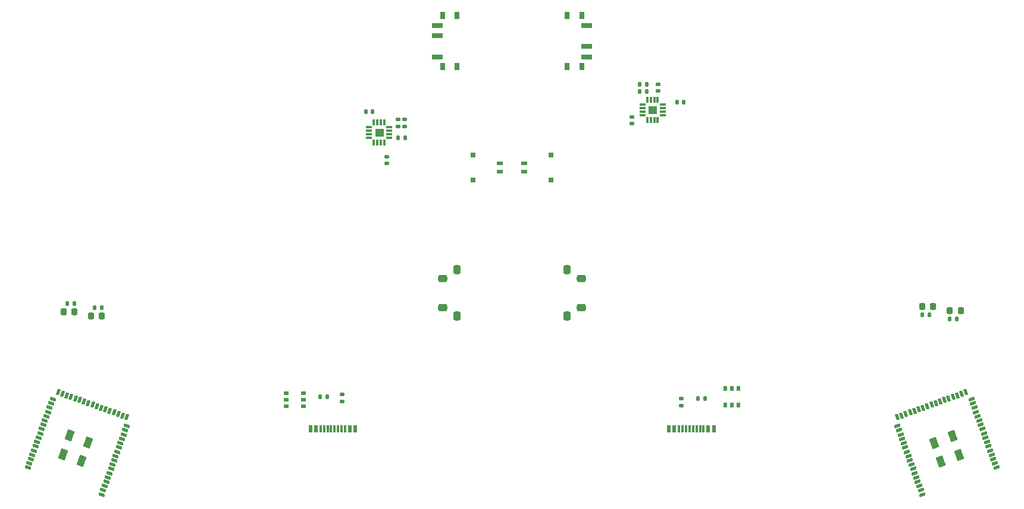
<source format=gtp>
G04 #@! TF.GenerationSoftware,KiCad,Pcbnew,(6.0.4-0)*
G04 #@! TF.CreationDate,2023-01-29T19:06:17-06:00*
G04 #@! TF.ProjectId,main,6d61696e-2e6b-4696-9361-645f70636258,0.2*
G04 #@! TF.SameCoordinates,Original*
G04 #@! TF.FileFunction,Paste,Top*
G04 #@! TF.FilePolarity,Positive*
%FSLAX46Y46*%
G04 Gerber Fmt 4.6, Leading zero omitted, Abs format (unit mm)*
G04 Created by KiCad (PCBNEW (6.0.4-0)) date 2023-01-29 19:06:17*
%MOMM*%
%LPD*%
G01*
G04 APERTURE LIST*
G04 Aperture macros list*
%AMRoundRect*
0 Rectangle with rounded corners*
0 $1 Rounding radius*
0 $2 $3 $4 $5 $6 $7 $8 $9 X,Y pos of 4 corners*
0 Add a 4 corners polygon primitive as box body*
4,1,4,$2,$3,$4,$5,$6,$7,$8,$9,$2,$3,0*
0 Add four circle primitives for the rounded corners*
1,1,$1+$1,$2,$3*
1,1,$1+$1,$4,$5*
1,1,$1+$1,$6,$7*
1,1,$1+$1,$8,$9*
0 Add four rect primitives between the rounded corners*
20,1,$1+$1,$2,$3,$4,$5,0*
20,1,$1+$1,$4,$5,$6,$7,0*
20,1,$1+$1,$6,$7,$8,$9,0*
20,1,$1+$1,$8,$9,$2,$3,0*%
%AMRotRect*
0 Rectangle, with rotation*
0 The origin of the aperture is its center*
0 $1 length*
0 $2 width*
0 $3 Rotation angle, in degrees counterclockwise*
0 Add horizontal line*
21,1,$1,$2,0,0,$3*%
G04 Aperture macros list end*
%ADD10C,0.010000*%
%ADD11RoundRect,0.135000X-0.185000X0.135000X-0.185000X-0.135000X0.185000X-0.135000X0.185000X0.135000X0*%
%ADD12RoundRect,0.135000X0.135000X0.185000X-0.135000X0.185000X-0.135000X-0.185000X0.135000X-0.185000X0*%
%ADD13RoundRect,0.007800X-0.422200X-0.122200X0.422200X-0.122200X0.422200X0.122200X-0.422200X0.122200X0*%
%ADD14RoundRect,0.007800X0.122200X-0.422200X0.122200X0.422200X-0.122200X0.422200X-0.122200X-0.422200X0*%
%ADD15R,1.500000X0.700000*%
%ADD16R,0.800000X1.000000*%
%ADD17R,0.600000X1.100000*%
%ADD18R,0.300000X1.100000*%
%ADD19RoundRect,0.218750X0.218750X0.256250X-0.218750X0.256250X-0.218750X-0.256250X0.218750X-0.256250X0*%
%ADD20RoundRect,0.140000X-0.170000X0.140000X-0.170000X-0.140000X0.170000X-0.140000X0.170000X0.140000X0*%
%ADD21R,0.800000X0.550000*%
%ADD22RoundRect,0.135000X-0.135000X-0.185000X0.135000X-0.185000X0.135000X0.185000X-0.135000X0.185000X0*%
%ADD23RoundRect,0.140000X0.140000X0.170000X-0.140000X0.170000X-0.140000X-0.170000X0.140000X-0.170000X0*%
%ADD24RoundRect,0.218750X-0.218750X-0.256250X0.218750X-0.256250X0.218750X0.256250X-0.218750X0.256250X0*%
%ADD25RoundRect,0.250000X-0.400000X0.250000X-0.400000X-0.250000X0.400000X-0.250000X0.400000X0.250000X0*%
%ADD26RoundRect,0.250000X-0.250000X0.400000X-0.250000X-0.400000X0.250000X-0.400000X0.250000X0.400000X0*%
%ADD27R,0.850000X0.600000*%
%ADD28R,0.800000X0.700000*%
%ADD29RoundRect,0.140000X0.170000X-0.140000X0.170000X0.140000X-0.170000X0.140000X-0.170000X-0.140000X0*%
%ADD30RoundRect,0.007800X-0.122200X0.422200X-0.122200X-0.422200X0.122200X-0.422200X0.122200X0.422200X0*%
%ADD31RoundRect,0.250000X0.400000X-0.250000X0.400000X0.250000X-0.400000X0.250000X-0.400000X-0.250000X0*%
%ADD32RoundRect,0.250000X0.250000X-0.400000X0.250000X0.400000X-0.250000X0.400000X-0.250000X-0.400000X0*%
%ADD33RoundRect,0.135000X0.185000X-0.135000X0.185000X0.135000X-0.185000X0.135000X-0.185000X-0.135000X0*%
%ADD34R,0.550000X0.800000*%
%ADD35RotRect,1.000000X1.500000X200.000000*%
%ADD36RoundRect,0.112500X0.278669X0.221147X-0.355624X-0.009716X-0.278669X-0.221147X0.355624X0.009716X0*%
%ADD37RoundRect,0.112500X-0.221147X0.278669X0.009716X-0.355624X0.221147X-0.278669X-0.009716X0.355624X0*%
%ADD38RoundRect,0.112500X0.355624X-0.009716X-0.278669X0.221147X-0.355624X0.009716X0.278669X-0.221147X0*%
%ADD39RoundRect,0.112500X0.009716X0.355624X-0.221147X-0.278669X-0.009716X-0.355624X0.221147X0.278669X0*%
%ADD40RotRect,1.000000X1.500000X160.000000*%
G04 APERTURE END LIST*
G36*
X190178402Y-95992500D02*
G01*
X189118402Y-95992500D01*
X189118402Y-94932500D01*
X190178402Y-94932500D01*
X190178402Y-95992500D01*
G37*
D10*
X190178402Y-95992500D02*
X189118402Y-95992500D01*
X189118402Y-94932500D01*
X190178402Y-94932500D01*
X190178402Y-95992500D01*
G36*
X151292500Y-99192500D02*
G01*
X150232500Y-99192500D01*
X150232500Y-98132500D01*
X151292500Y-98132500D01*
X151292500Y-99192500D01*
G37*
X151292500Y-99192500D02*
X150232500Y-99192500D01*
X150232500Y-98132500D01*
X151292500Y-98132500D01*
X151292500Y-99192500D01*
D11*
X193775000Y-136590000D03*
X193775000Y-137610000D03*
D12*
X197135000Y-136600000D03*
X196115000Y-136600000D03*
X142325000Y-136350000D03*
X143345000Y-136350000D03*
D11*
X145525000Y-135990000D03*
X145525000Y-137010000D03*
D13*
X188213402Y-94712500D03*
X188213402Y-95212500D03*
X188213402Y-95712500D03*
X188213402Y-96212500D03*
D14*
X188898402Y-96897500D03*
X189398402Y-96897500D03*
X189898402Y-96897500D03*
X190398402Y-96897500D03*
D13*
X191083402Y-96212500D03*
X191083402Y-95712500D03*
X191083402Y-95212500D03*
X191083402Y-94712500D03*
D14*
X190398402Y-94027500D03*
X189898402Y-94027500D03*
X189398402Y-94027500D03*
X188898402Y-94027500D03*
D15*
X180264500Y-83412500D03*
X180264500Y-86412500D03*
X180264500Y-87912500D03*
D16*
X179564500Y-82012500D03*
X177464500Y-82012500D03*
X177464500Y-89312500D03*
X179564500Y-89312500D03*
D17*
X191962500Y-140912500D03*
X192762500Y-140912500D03*
D18*
X193912500Y-140912500D03*
X194912500Y-140912500D03*
X195412500Y-140912500D03*
X196412500Y-140912500D03*
D17*
X198362500Y-140912500D03*
X197562500Y-140912500D03*
D18*
X196912500Y-140912500D03*
X195912500Y-140912500D03*
X194412500Y-140912500D03*
X193412500Y-140912500D03*
D19*
X107400000Y-124262500D03*
X105825000Y-124262500D03*
D20*
X186710902Y-96432500D03*
X186710902Y-97392500D03*
D21*
X137545187Y-135807266D03*
X137545187Y-136757266D03*
X137545187Y-137707266D03*
X139945187Y-137707266D03*
X139945187Y-136757266D03*
X139945187Y-135807266D03*
D22*
X228012500Y-124692500D03*
X229032500Y-124692500D03*
D23*
X154438750Y-99425000D03*
X153478750Y-99425000D03*
D17*
X140962500Y-140912500D03*
X141762500Y-140912500D03*
D18*
X142912500Y-140912500D03*
X143912500Y-140912500D03*
X144412500Y-140912500D03*
X145412500Y-140912500D03*
D17*
X147362500Y-140912500D03*
X146562500Y-140912500D03*
D18*
X145912500Y-140912500D03*
X144912500Y-140912500D03*
X143412500Y-140912500D03*
X142412500Y-140912500D03*
D24*
X231925000Y-124092500D03*
X233500000Y-124092500D03*
D25*
X179512500Y-119517500D03*
X179512500Y-123617500D03*
D26*
X177512500Y-124867500D03*
X177512500Y-118267500D03*
D27*
X171425000Y-104262500D03*
X171425000Y-103062500D03*
D28*
X175200000Y-105412500D03*
X175200000Y-101912500D03*
D29*
X151845187Y-103117266D03*
X151845187Y-102157266D03*
D15*
X159062500Y-87912500D03*
X159062500Y-84912500D03*
X159062500Y-83412500D03*
D16*
X159762500Y-89312500D03*
X161862500Y-89312500D03*
X161862500Y-82012500D03*
X159762500Y-82012500D03*
D22*
X231912500Y-125292500D03*
X232932500Y-125292500D03*
D12*
X107412500Y-123062500D03*
X106392500Y-123062500D03*
D30*
X151512500Y-97227500D03*
X151012500Y-97227500D03*
X150512500Y-97227500D03*
X150012500Y-97227500D03*
D13*
X149327500Y-97912500D03*
X149327500Y-98412500D03*
X149327500Y-98912500D03*
X149327500Y-99412500D03*
D30*
X150012500Y-100097500D03*
X150512500Y-100097500D03*
X151012500Y-100097500D03*
X151512500Y-100097500D03*
D13*
X152197500Y-99412500D03*
X152197500Y-98912500D03*
X152197500Y-98412500D03*
X152197500Y-97912500D03*
D31*
X159787500Y-123617500D03*
X159787500Y-119517500D03*
D32*
X161787500Y-118267500D03*
X161787500Y-124867500D03*
D12*
X111312500Y-123662500D03*
X110292500Y-123662500D03*
D19*
X111300000Y-124862500D03*
X109725000Y-124862500D03*
D33*
X153412500Y-97835000D03*
X153412500Y-96815000D03*
D34*
X201912500Y-135162500D03*
X200962500Y-135162500D03*
X200012500Y-135162500D03*
X200012500Y-137562500D03*
X200962500Y-137562500D03*
X201912500Y-137562500D03*
D12*
X188820902Y-92812500D03*
X187800902Y-92812500D03*
D27*
X167900000Y-103062500D03*
X167900000Y-104262500D03*
D28*
X164125000Y-101912500D03*
X164125000Y-105412500D03*
D35*
X230669168Y-145616754D03*
X229694411Y-142938630D03*
X232325550Y-141980974D03*
X233300308Y-144659098D03*
D36*
X238585041Y-146460234D03*
X238362728Y-145849434D03*
X238140415Y-145238634D03*
X237918102Y-144627834D03*
X237695789Y-144017034D03*
X237473476Y-143406233D03*
X237251163Y-142795433D03*
X237028849Y-142184633D03*
X236806536Y-141573833D03*
X236584223Y-140963032D03*
X236361910Y-140352232D03*
X236139597Y-139741432D03*
X235917284Y-139130632D03*
X235694971Y-138519832D03*
X235472658Y-137909031D03*
X235250345Y-137298231D03*
X235028032Y-136687431D03*
D37*
X234241730Y-135696608D03*
X233630930Y-135918921D03*
X233020129Y-136141235D03*
X232409330Y-136363547D03*
X231798530Y-136585860D03*
X231187729Y-136808173D03*
X230576929Y-137030487D03*
X229966129Y-137252800D03*
X229355329Y-137475113D03*
X228744529Y-137697426D03*
X228133728Y-137919739D03*
X227522928Y-138142052D03*
X226912128Y-138364365D03*
X226301328Y-138586678D03*
X225690528Y-138808991D03*
X225079727Y-139031304D03*
X224468927Y-139253617D03*
D36*
X224503474Y-140518057D03*
X224725787Y-141128857D03*
X224948100Y-141739657D03*
X225170414Y-142350457D03*
X225392727Y-142961257D03*
X225615040Y-143572058D03*
X225837353Y-144182858D03*
X226059666Y-144793658D03*
X226281979Y-145404458D03*
X226504292Y-146015259D03*
X226726605Y-146626059D03*
X226948918Y-147236859D03*
X227171232Y-147847660D03*
X227393544Y-148458459D03*
X227615858Y-149069260D03*
X227838171Y-149680060D03*
X228060484Y-150290860D03*
D38*
X100739959Y-146460234D03*
X100962272Y-145849434D03*
X101184585Y-145238634D03*
X101406898Y-144627834D03*
X101629211Y-144017034D03*
X101851524Y-143406233D03*
X102073837Y-142795433D03*
X102296151Y-142184633D03*
X102518464Y-141573833D03*
X102740777Y-140963032D03*
X102963090Y-140352232D03*
X103185403Y-139741432D03*
X103407716Y-139130632D03*
X103630029Y-138519832D03*
X103852342Y-137909031D03*
X104074655Y-137298231D03*
X104296968Y-136687431D03*
D39*
X105083270Y-135696608D03*
X105694070Y-135918921D03*
X106304870Y-136141234D03*
X106915670Y-136363547D03*
X107526470Y-136585860D03*
X108137271Y-136808173D03*
X108748071Y-137030487D03*
X109358871Y-137252800D03*
X109969671Y-137475113D03*
X110580471Y-137697426D03*
X111191272Y-137919739D03*
X111802072Y-138142052D03*
X112412872Y-138364365D03*
X113023672Y-138586678D03*
X113634471Y-138808991D03*
X114245273Y-139031304D03*
X114856073Y-139253617D03*
D38*
X114821526Y-140518057D03*
X114599213Y-141128857D03*
X114376900Y-141739657D03*
X114154586Y-142350457D03*
X113932273Y-142961257D03*
X113709960Y-143572058D03*
X113487647Y-144182858D03*
X113265334Y-144793658D03*
X113043021Y-145404458D03*
X112820708Y-146015259D03*
X112598395Y-146626059D03*
X112376082Y-147236859D03*
X112153769Y-147847659D03*
X111931456Y-148458459D03*
X111709142Y-149069260D03*
X111486829Y-149680060D03*
X111264516Y-150290860D03*
D40*
X108373924Y-145514148D03*
X109348681Y-142836024D03*
X106717542Y-141878368D03*
X105742784Y-144556492D03*
D33*
X154412500Y-97835000D03*
X154412500Y-96815000D03*
D24*
X228025000Y-123492500D03*
X229600000Y-123492500D03*
D23*
X149792500Y-95725000D03*
X148832500Y-95725000D03*
X194103168Y-94379813D03*
X193143168Y-94379813D03*
D12*
X188820902Y-91812500D03*
X187800902Y-91812500D03*
D20*
X190410902Y-91786250D03*
X190410902Y-92746250D03*
M02*

</source>
